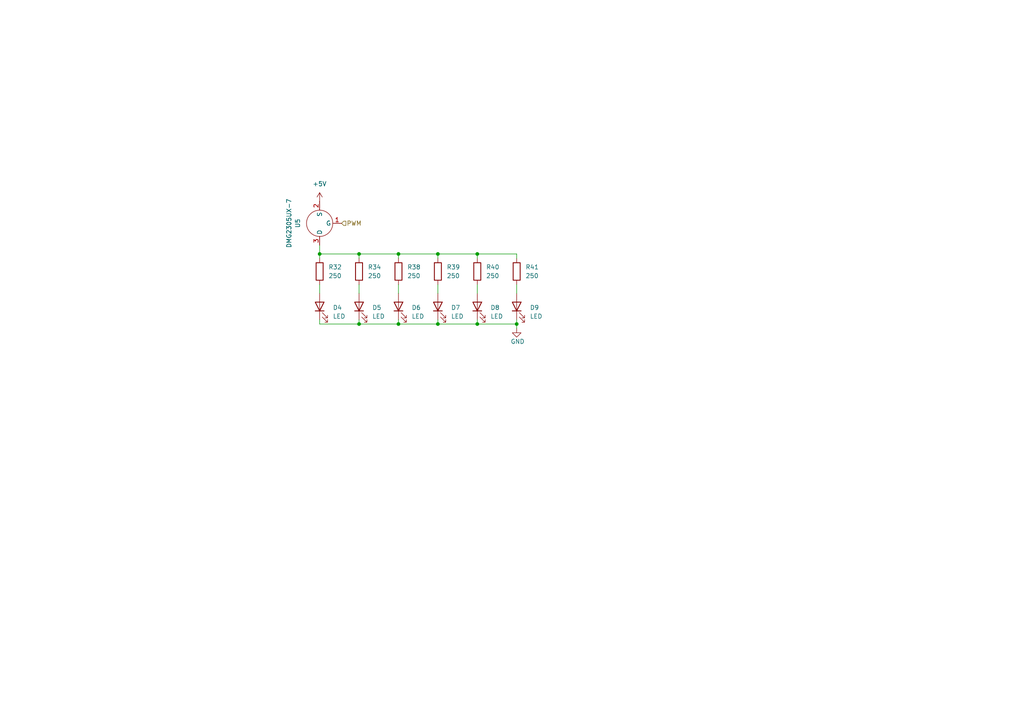
<source format=kicad_sch>
(kicad_sch (version 20250114) (generator "eeschema") (generator_version "9.0")
  (paper "A4")
  (lib_symbols
    (symbol "Device:LED" (pin_numbers (hide yes)) (pin_names (offset 1.016) (hide yes))
      (property "Reference" "D" (at 0 2.54 0))
      (property "Value" "LED" (at 0 -2.54 0))
      (symbol "LED_0_1"
        (polyline (pts (xy -3.048 -0.762) (xy -4.572 -2.286) (xy -3.81 -2.286) (xy -4.572 -2.286) (xy -4.572 -1.524)))
        (polyline (pts (xy -1.778 -0.762) (xy -3.302 -2.286) (xy -2.54 -2.286) (xy -3.302 -2.286) (xy -3.302 -1.524)))
        (polyline (pts (xy -1.27 0) (xy 1.27 0)))
        (polyline (pts (xy -1.27 -1.27) (xy -1.27 1.27)) (stroke (width 0.254)))
        (polyline (pts (xy 1.27 -1.27) (xy 1.27 1.27) (xy -1.27 0) (xy 1.27 -1.27)) (stroke (width 0.254)))
      )
      (symbol "LED_1_1"
        (pin passive line (at -3.81 0 0) (length 2.54) (name "K") (number "1"))
        (pin passive line (at 3.81 0 180) (length 2.54) (name "A") (number "2"))
      )
    )
    (symbol "Device:R" (pin_numbers (hide yes)) (pin_names (offset 0))
      (property "Reference" "R" (at 2.032 0 90))
      (property "Value" "R" (at 0 0 90))
      (symbol "R_0_1"
        (rectangle (start -1.016 -2.54) (end 1.016 2.54) (stroke (width 0.254)))
      )
      (symbol "R_1_1"
        (pin passive line (at 0 3.81 270) (length 1.27) (name "~") (number "1"))
        (pin passive line (at 0 -3.81 90) (length 1.27) (name "~") (number "2"))
      )
    )
    (symbol "Transistor_FET:DMG2305UX-7"
      (property "Reference" "U" (at 5.08 0 0))
      (symbol "DMG2305UX-7_0_1"
        (circle (center 0 0) (radius 3.81))
      )
      (symbol "DMG2305UX-7_1_1"
        (pin input line (at -6.35 0 0) (length 2.54) (name "G") (number "1"))
        (pin output line (at 0 6.35 270) (length 2.54) (name "D") (number "3"))
        (pin input line (at 0 -6.35 90) (length 2.54) (name "S") (number "2"))
      )
    )
    (symbol "power:+5V" (power) (pin_numbers (hide yes)) (pin_names (offset 0) (hide yes))
      (property "Value" "+5V" (at 0 3.556 0))
      (symbol "+5V_0_1"
        (polyline (pts (xy -0.762 1.27) (xy 0 2.54)))
        (polyline (pts (xy 0 2.54) (xy 0.762 1.27)))
        (polyline (pts (xy 0 0) (xy 0 2.54)))
      )
      (symbol "+5V_1_1"
        (pin power_in line (at 0 0 90) (length 0) (name "~") (number "1"))
      )
    )
    (symbol "power:GND" (power) (pin_numbers (hide yes)) (pin_names (offset 0) (hide yes))
      (property "Value" "GND" (at 0 -3.81 0))
      (symbol "GND_0_1"
        (polyline (pts (xy 0 0) (xy 0 -1.27) (xy 1.27 -1.27) (xy 0 -2.54) (xy -1.27 -1.27) (xy 0 -1.27)))
      )
      (symbol "GND_1_1"
        (pin power_in line (at 0 0 270) (length 0) (name "~") (number "1"))
      )
    )
  )
  (junction (at 92.71 73.66))
  (junction (at 104.14 93.98))
  (junction (at 127 93.98))
  (junction (at 138.43 93.98))
  (junction (at 149.86 93.98))
  (junction (at 115.57 93.98))
  (junction (at 127 73.66))
  (junction (at 104.14 73.66))
  (junction (at 138.43 73.66))
  (junction (at 115.57 73.66))
  (wire (pts (xy 92.71 93.98) (xy 104.14 93.98)))
  (wire (pts (xy 138.43 82.55) (xy 138.43 85.09)))
  (wire (pts (xy 127 74.93) (xy 127 73.66)))
  (wire (pts (xy 92.71 71.12) (xy 92.71 73.66)))
  (wire (pts (xy 92.71 92.71) (xy 92.71 93.98)))
  (wire (pts (xy 104.14 74.93) (xy 104.14 73.66)))
  (wire (pts (xy 149.86 74.93) (xy 149.86 73.66)))
  (wire (pts (xy 149.86 93.98) (xy 149.86 95.25)))
  (wire (pts (xy 138.43 73.66) (xy 127 73.66)))
  (wire (pts (xy 115.57 82.55) (xy 115.57 85.09)))
  (wire (pts (xy 92.71 82.55) (xy 92.71 85.09)))
  (wire (pts (xy 127 92.71) (xy 127 93.98)))
  (wire (pts (xy 92.71 73.66) (xy 92.71 74.93)))
  (wire (pts (xy 127 82.55) (xy 127 85.09)))
  (wire (pts (xy 149.86 82.55) (xy 149.86 85.09)))
  (wire (pts (xy 115.57 93.98) (xy 127 93.98)))
  (wire (pts (xy 104.14 82.55) (xy 104.14 85.09)))
  (wire (pts (xy 115.57 92.71) (xy 115.57 93.98)))
  (wire (pts (xy 127 93.98) (xy 138.43 93.98)))
  (wire (pts (xy 115.57 73.66) (xy 104.14 73.66)))
  (wire (pts (xy 104.14 93.98) (xy 115.57 93.98)))
  (wire (pts (xy 104.14 92.71) (xy 104.14 93.98)))
  (wire (pts (xy 138.43 74.93) (xy 138.43 73.66)))
  (wire (pts (xy 149.86 73.66) (xy 138.43 73.66)))
  (wire (pts (xy 127 73.66) (xy 115.57 73.66)))
  (wire (pts (xy 115.57 73.66) (xy 115.57 74.93)))
  (wire (pts (xy 138.43 93.98) (xy 149.86 93.98)))
  (wire (pts (xy 138.43 92.71) (xy 138.43 93.98)))
  (wire (pts (xy 104.14 73.66) (xy 92.71 73.66)))
  (wire (pts (xy 149.86 93.98) (xy 149.86 92.71)))
  (hierarchical_label "PWM" (shape input) (at 99.06 64.77 0))
  (symbol (lib_id "Device:R") (at 115.57 78.74 0) (unit 1)
    (property "Reference" "R38" (at 118.11 77.4699 0) (effects (justify left)))
    (property "Value" "250" (at 118.11 80.0099 0) (effects (justify left)))
    (property "Footprint" "Resistor_SMD:R_0402_1005Metric" (effects (hide yes)))
    (property "Description" "Resistor" (effects (hide yes)))
  )
  (symbol (lib_id "Device:LED") (at 104.14 88.9 90) (unit 1)
    (property "Reference" "D5" (at 107.95 89.2174 90) (effects (justify right)))
    (property "Value" "LED" (at 107.95 91.7574 90) (effects (justify right)))
    (property "Footprint" "LED_SMD:LED_0805_2012Metric" (effects (hide yes)))
    (property "Description" "Light emitting diode" (effects (hide yes)))
    (property "Sim.Pins" "1=K 2=A" (effects (hide yes)))
  )
  (symbol (lib_id "Device:LED") (at 127 88.9 90) (unit 1)
    (property "Reference" "D7" (at 130.81 89.2174 90) (effects (justify right)))
    (property "Value" "LED" (at 130.81 91.7574 90) (effects (justify right)))
    (property "Footprint" "LED_SMD:LED_0805_2012Metric" (effects (hide yes)))
    (property "Description" "Light emitting diode" (effects (hide yes)))
    (property "Sim.Pins" "1=K 2=A" (effects (hide yes)))
  )
  (symbol (lib_id "Device:LED") (at 115.57 88.9 90) (unit 1)
    (property "Reference" "D6" (at 119.38 89.2174 90) (effects (justify right)))
    (property "Value" "LED" (at 119.38 91.7574 90) (effects (justify right)))
    (property "Footprint" "LED_SMD:LED_0805_2012Metric" (effects (hide yes)))
    (property "Description" "Light emitting diode" (effects (hide yes)))
    (property "Sim.Pins" "1=K 2=A" (effects (hide yes)))
  )
  (symbol (lib_id "Device:R") (at 92.71 78.74 0) (unit 1)
    (property "Reference" "R32" (at 95.25 77.4699 0) (effects (justify left)))
    (property "Value" "250" (at 95.25 80.0099 0) (effects (justify left)))
    (property "Footprint" "Resistor_SMD:R_0402_1005Metric" (effects (hide yes)))
    (property "Description" "Resistor" (effects (hide yes)))
  )
  (symbol (lib_id "Transistor_FET:DMG2305UX-7") (at 92.71 64.77 180) (unit 1)
    (property "Reference" "U5" (at 86.36 64.77 90))
    (property "Value" "DMG2305UX-7" (at 83.82 64.77 90))
    (property "Footprint" "Package_TO_SOT_SMD:TSOT-23" (effects (hide yes)))
  )
  (symbol (lib_id "Device:LED") (at 149.86 88.9 90) (unit 1)
    (property "Reference" "D9" (at 153.67 89.2174 90) (effects (justify right)))
    (property "Value" "LED" (at 153.67 91.7574 90) (effects (justify right)))
    (property "Footprint" "LED_SMD:LED_0805_2012Metric" (effects (hide yes)))
    (property "Description" "Light emitting diode" (effects (hide yes)))
    (property "Sim.Pins" "1=K 2=A" (effects (hide yes)))
  )
  (symbol (lib_id "power:GND") (at 149.86 95.25 0) (unit 1)
    (property "Reference" "#PWR016" (effects (hide yes)))
    (property "Value" "GND" (at 148.082 99.06 0) (effects (justify left)))
    (property "Description" "Power symbol creates a global label with name \"GND\" , ground" (effects (hide yes)))
  )
  (symbol (lib_id "Device:R") (at 149.86 78.74 0) (unit 1)
    (property "Reference" "R41" (at 152.4 77.4699 0) (effects (justify left)))
    (property "Value" "250" (at 152.4 80.0099 0) (effects (justify left)))
    (property "Footprint" "Resistor_SMD:R_0402_1005Metric" (effects (hide yes)))
    (property "Description" "Resistor" (effects (hide yes)))
  )
  (symbol (lib_id "Device:R") (at 138.43 78.74 0) (unit 1)
    (property "Reference" "R40" (at 140.97 77.4699 0) (effects (justify left)))
    (property "Value" "250" (at 140.97 80.0099 0) (effects (justify left)))
    (property "Footprint" "Resistor_SMD:R_0402_1005Metric" (effects (hide yes)))
    (property "Description" "Resistor" (effects (hide yes)))
  )
  (symbol (lib_id "Device:R") (at 104.14 78.74 0) (unit 1)
    (property "Reference" "R34" (at 106.68 77.4699 0) (effects (justify left)))
    (property "Value" "250" (at 106.68 80.0099 0) (effects (justify left)))
    (property "Footprint" "Resistor_SMD:R_0402_1005Metric" (effects (hide yes)))
    (property "Description" "Resistor" (effects (hide yes)))
  )
  (symbol (lib_id "power:+5V") (at 92.71 58.42 0) (unit 1)
    (property "Reference" "#PWR092" (effects (hide yes)))
    (property "Value" "+5V" (at 92.71 53.34 0))
    (property "Description" "Power symbol creates a global label with name \"+5V\"" (effects (hide yes)))
  )
  (symbol (lib_id "Device:R") (at 127 78.74 0) (unit 1)
    (property "Reference" "R39" (at 129.54 77.4699 0) (effects (justify left)))
    (property "Value" "250" (at 129.54 80.0099 0) (effects (justify left)))
    (property "Footprint" "Resistor_SMD:R_0402_1005Metric" (effects (hide yes)))
    (property "Description" "Resistor" (effects (hide yes)))
  )
  (symbol (lib_id "Device:LED") (at 138.43 88.9 90) (unit 1)
    (property "Reference" "D8" (at 142.24 89.2174 90) (effects (justify right)))
    (property "Value" "LED" (at 142.24 91.7574 90) (effects (justify right)))
    (property "Footprint" "LED_SMD:LED_0805_2012Metric" (effects (hide yes)))
    (property "Description" "Light emitting diode" (effects (hide yes)))
    (property "Sim.Pins" "1=K 2=A" (effects (hide yes)))
  )
  (symbol (lib_id "Device:LED") (at 92.71 88.9 90) (unit 1)
    (property "Reference" "D4" (at 96.52 89.2174 90) (effects (justify right)))
    (property "Value" "LED" (at 96.52 91.7574 90) (effects (justify right)))
    (property "Footprint" "LED_SMD:LED_0805_2012Metric" (effects (hide yes)))
    (property "Description" "Light emitting diode" (effects (hide yes)))
    (property "Sim.Pins" "1=K 2=A" (effects (hide yes)))
  )
)
</source>
